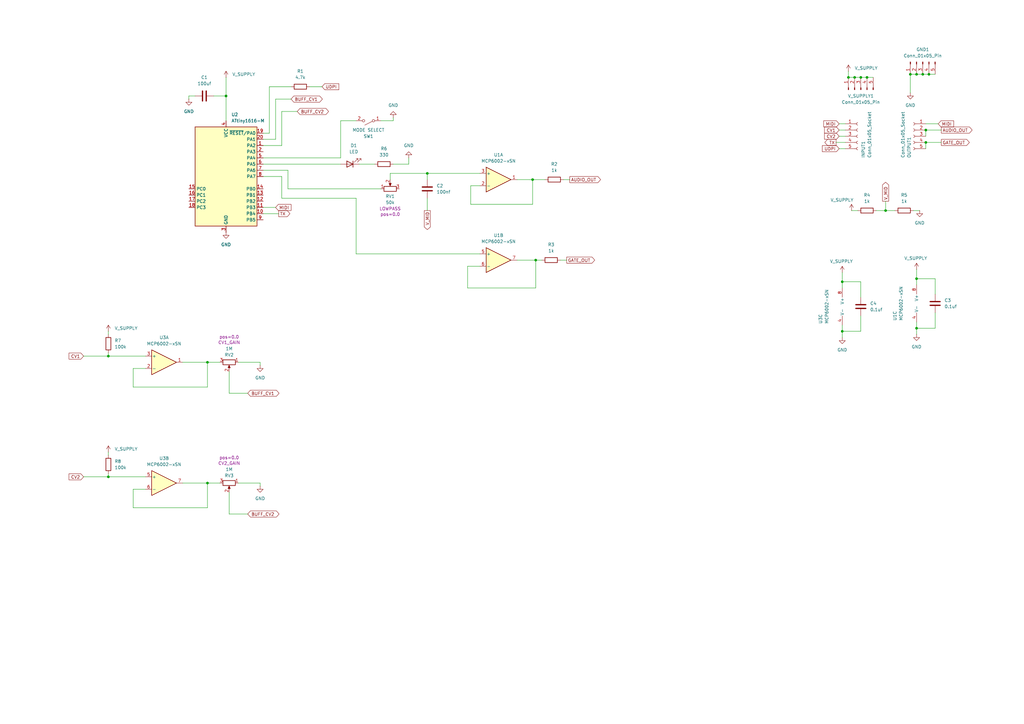
<source format=kicad_sch>
(kicad_sch (version 20231120) (generator "eeschema") (generator_version "8.0")
  (paper "A3")
  (lib_symbols
    (symbol "Amplifier_Operational:MCP6002-xSN" (pin_names (offset 0.127))
      (property "Reference" "U" (at 0 5.08 0))
      (property "Value" "MCP6002-xSN" (at 0 -5.08 0))
      (symbol "MCP6002-xSN_1_1"
        (polyline (pts (xy -5.08 5.08) (xy 5.08 0) (xy -5.08 -5.08) (xy -5.08 5.08)) (stroke (width 0.254)) (fill (type background)))
        (pin output line (at 7.62 0 180) (length 2.54) (name "~") (number "1"))
        (pin input line (at -7.62 -2.54 0) (length 2.54) (name "-") (number "2"))
        (pin input line (at -7.62 2.54 0) (length 2.54) (name "+") (number "3"))
      )
      (symbol "MCP6002-xSN_2_1"
        (polyline (pts (xy -5.08 5.08) (xy 5.08 0) (xy -5.08 -5.08) (xy -5.08 5.08)) (stroke (width 0.254)) (fill (type background)))
        (pin input line (at -7.62 2.54 0) (length 2.54) (name "+") (number "5"))
        (pin input line (at -7.62 -2.54 0) (length 2.54) (name "-") (number "6"))
        (pin output line (at 7.62 0 180) (length 2.54) (name "~") (number "7"))
      )
      (symbol "MCP6002-xSN_3_1"
        (pin power_in line (at -2.54 -7.62 90) (length 3.81) (name "V-") (number "4"))
        (pin power_in line (at -2.54 7.62 270) (length 3.81) (name "V+") (number "8"))
      )
    )
    (symbol "Connector:Conn_01x05_Pin" (pin_names (offset 1.016) hide)
      (property "Reference" "J" (at 0 7.62 0))
      (property "Value" "Conn_01x05_Pin" (at 0 -7.62 0))
      (symbol "Conn_01x05_Pin_1_1"
        (polyline (pts (xy 1.27 -5.08) (xy 0.8636 -5.08)) (stroke (width 0.1524)))
        (polyline (pts (xy 1.27 -2.54) (xy 0.8636 -2.54)) (stroke (width 0.1524)))
        (polyline (pts (xy 1.27 0) (xy 0.8636 0)) (stroke (width 0.1524)))
        (polyline (pts (xy 1.27 2.54) (xy 0.8636 2.54)) (stroke (width 0.1524)))
        (polyline (pts (xy 1.27 5.08) (xy 0.8636 5.08)) (stroke (width 0.1524)))
        (rectangle (start 0.8636 -4.953) (end 0 -5.207) (stroke (width 0.1524)) (fill (type outline)))
        (rectangle (start 0.8636 -2.413) (end 0 -2.667) (stroke (width 0.1524)) (fill (type outline)))
        (rectangle (start 0.8636 0.127) (end 0 -0.127) (stroke (width 0.1524)) (fill (type outline)))
        (rectangle (start 0.8636 2.667) (end 0 2.413) (stroke (width 0.1524)) (fill (type outline)))
        (rectangle (start 0.8636 5.207) (end 0 4.953) (stroke (width 0.1524)) (fill (type outline)))
        (pin passive line (at 5.08 5.08 180) (length 3.81) (name "Pin_1") (number "1"))
        (pin passive line (at 5.08 2.54 180) (length 3.81) (name "Pin_2") (number "2"))
        (pin passive line (at 5.08 0 180) (length 3.81) (name "Pin_3") (number "3"))
        (pin passive line (at 5.08 -2.54 180) (length 3.81) (name "Pin_4") (number "4"))
        (pin passive line (at 5.08 -5.08 180) (length 3.81) (name "Pin_5") (number "5"))
      )
    )
    (symbol "Connector:Conn_01x05_Socket" (pin_names (offset 1.016) hide)
      (property "Reference" "J" (at 0 7.62 0))
      (property "Value" "Conn_01x05_Socket" (at 0 -7.62 0))
      (symbol "Conn_01x05_Socket_1_1"
        (arc (start 0 -4.572) (mid -0.5058 -5.08) (end 0 -5.588) (stroke (width 0.1524)))
        (arc (start 0 -2.032) (mid -0.5058 -2.54) (end 0 -3.048) (stroke (width 0.1524)))
        (polyline (pts (xy -1.27 -5.08) (xy -0.508 -5.08)) (stroke (width 0.1524)))
        (polyline (pts (xy -1.27 -2.54) (xy -0.508 -2.54)) (stroke (width 0.1524)))
        (polyline (pts (xy -1.27 0) (xy -0.508 0)) (stroke (width 0.1524)))
        (polyline (pts (xy -1.27 2.54) (xy -0.508 2.54)) (stroke (width 0.1524)))
        (polyline (pts (xy -1.27 5.08) (xy -0.508 5.08)) (stroke (width 0.1524)))
        (arc (start 0 0.508) (mid -0.5058 0) (end 0 -0.508) (stroke (width 0.1524)))
        (arc (start 0 3.048) (mid -0.5058 2.54) (end 0 2.032) (stroke (width 0.1524)))
        (arc (start 0 5.588) (mid -0.5058 5.08) (end 0 4.572) (stroke (width 0.1524)))
        (pin passive line (at -5.08 5.08 0) (length 3.81) (name "Pin_1") (number "1"))
        (pin passive line (at -5.08 2.54 0) (length 3.81) (name "Pin_2") (number "2"))
        (pin passive line (at -5.08 0 0) (length 3.81) (name "Pin_3") (number "3"))
        (pin passive line (at -5.08 -2.54 0) (length 3.81) (name "Pin_4") (number "4"))
        (pin passive line (at -5.08 -5.08 0) (length 3.81) (name "Pin_5") (number "5"))
      )
    )
    (symbol "Device:C" (pin_numbers hide) (pin_names (offset 0.254))
      (property "Reference" "C" (at 0.635 2.54 0))
      (property "Value" "C" (at 0.635 -2.54 0))
      (symbol "C_0_1"
        (polyline (pts (xy -2.032 -0.762) (xy 2.032 -0.762)) (stroke (width 0.508)))
        (polyline (pts (xy -2.032 0.762) (xy 2.032 0.762)) (stroke (width 0.508)))
      )
      (symbol "C_1_1"
        (pin passive line (at 0 3.81 270) (length 2.794) (name "~") (number "1"))
        (pin passive line (at 0 -3.81 90) (length 2.794) (name "~") (number "2"))
      )
    )
    (symbol "Device:LED" (pin_numbers hide) (pin_names (offset 1.016) hide)
      (property "Reference" "D" (at 0 2.54 0))
      (property "Value" "LED" (at 0 -2.54 0))
      (symbol "LED_0_1"
        (polyline (pts (xy -1.27 -1.27) (xy -1.27 1.27)) (stroke (width 0.254)))
        (polyline (pts (xy -1.27 0) (xy 1.27 0)))
        (polyline (pts (xy 1.27 -1.27) (xy 1.27 1.27) (xy -1.27 0) (xy 1.27 -1.27)) (stroke (width 0.254)))
        (polyline (pts (xy -3.048 -0.762) (xy -4.572 -2.286) (xy -3.81 -2.286) (xy -4.572 -2.286) (xy -4.572 -1.524)))
        (polyline (pts (xy -1.778 -0.762) (xy -3.302 -2.286) (xy -2.54 -2.286) (xy -3.302 -2.286) (xy -3.302 -1.524)))
      )
      (symbol "LED_1_1"
        (pin passive line (at -3.81 0 0) (length 2.54) (name "K") (number "1"))
        (pin passive line (at 3.81 0 180) (length 2.54) (name "A") (number "2"))
      )
    )
    (symbol "Device:R" (pin_numbers hide) (pin_names (offset 0))
      (property "Reference" "R" (at 2.032 0 90))
      (property "Value" "R" (at 0 0 90))
      (symbol "R_0_1"
        (rectangle (start -1.016 -2.54) (end 1.016 2.54) (stroke (width 0.254)))
      )
      (symbol "R_1_1"
        (pin passive line (at 0 3.81 270) (length 1.27) (name "~") (number "1"))
        (pin passive line (at 0 -3.81 90) (length 1.27) (name "~") (number "2"))
      )
    )
    (symbol "Device:R_Potentiometer" (pin_names (offset 1.016) hide)
      (property "Reference" "RV" (at -4.445 0 90))
      (property "Value" "R_Potentiometer" (at -2.54 0 90))
      (symbol "R_Potentiometer_0_1"
        (polyline (pts (xy 2.54 0) (xy 1.524 0)))
        (polyline (pts (xy 1.143 0) (xy 2.286 0.508) (xy 2.286 -0.508) (xy 1.143 0)) (fill (type outline)))
        (rectangle (start 1.016 2.54) (end -1.016 -2.54) (stroke (width 0.254)))
      )
      (symbol "R_Potentiometer_1_1"
        (pin passive line (at 0 3.81 270) (length 1.27) (name "1") (number "1"))
        (pin passive line (at 3.81 0 180) (length 1.27) (name "2") (number "2"))
        (pin passive line (at 0 -3.81 90) (length 1.27) (name "3") (number "3"))
      )
    )
    (symbol "MCU_Microchip_ATtiny:ATtiny1616-M"
      (property "Reference" "U" (at -12.7 21.59 0))
      (property "Value" "ATtiny1616-M" (at 2.54 -21.59 0))
      (symbol "ATtiny1616-M_0_1"
        (rectangle (start -12.7 -20.32) (end 12.7 20.32) (stroke (width 0.254)) (fill (type background)))
      )
      (symbol "ATtiny1616-M_1_1"
        (pin bidirectional line (at 15.24 12.7 180) (length 2.54) (name "PA2") (number "1"))
        (pin bidirectional line (at 15.24 -15.24 180) (length 2.54) (name "PB4") (number "10"))
        (pin bidirectional line (at 15.24 -12.7 180) (length 2.54) (name "PB3") (number "11"))
        (pin bidirectional line (at 15.24 -10.16 180) (length 2.54) (name "PB2") (number "12"))
        (pin bidirectional line (at 15.24 -7.62 180) (length 2.54) (name "PB1") (number "13"))
        (pin bidirectional line (at 15.24 -5.08 180) (length 2.54) (name "PB0") (number "14"))
        (pin bidirectional line (at -15.24 -5.08 0) (length 2.54) (name "PC0") (number "15"))
        (pin bidirectional line (at -15.24 -7.62 0) (length 2.54) (name "PC1") (number "16"))
        (pin bidirectional line (at -15.24 -10.16 0) (length 2.54) (name "PC2") (number "17"))
        (pin bidirectional line (at -15.24 -12.7 0) (length 2.54) (name "PC3") (number "18"))
        (pin bidirectional line (at 15.24 17.78 180) (length 2.54) (name "~{RESET}/PA0") (number "19"))
        (pin bidirectional line (at 15.24 10.16 180) (length 2.54) (name "PA3") (number "2"))
        (pin bidirectional line (at 15.24 15.24 180) (length 2.54) (name "PA1") (number "20"))
        (pin passive line (at 0 -22.86 90) (length 2.54) hide (name "GND") (number "21"))
        (pin power_in line (at 0 -22.86 90) (length 2.54) (name "GND") (number "3"))
        (pin power_in line (at 0 22.86 270) (length 2.54) (name "VCC") (number "4"))
        (pin bidirectional line (at 15.24 7.62 180) (length 2.54) (name "PA4") (number "5"))
        (pin bidirectional line (at 15.24 5.08 180) (length 2.54) (name "PA5") (number "6"))
        (pin bidirectional line (at 15.24 2.54 180) (length 2.54) (name "PA6") (number "7"))
        (pin bidirectional line (at 15.24 0 180) (length 2.54) (name "PA7") (number "8"))
        (pin bidirectional line (at 15.24 -17.78 180) (length 2.54) (name "PB5") (number "9"))
      )
    )
    (symbol "Switch:SW_SPST" (pin_names (offset 0) hide)
      (property "Reference" "SW" (at 0 3.175 0))
      (property "Value" "SW_SPST" (at 0 -2.54 0))
      (symbol "SW_SPST_0_0"
        (circle (center -2.032 0) (radius 0.508))
        (polyline (pts (xy -1.524 0.254) (xy 1.524 1.778)))
        (circle (center 2.032 0) (radius 0.508))
      )
      (symbol "SW_SPST_1_1"
        (pin passive line (at -5.08 0 0) (length 2.54) (name "A") (number "1"))
        (pin passive line (at 5.08 0 180) (length 2.54) (name "B") (number "2"))
      )
    )
    (symbol "power:+5V" (power) (pin_numbers hide) (pin_names (offset 0) hide)
      (property "Value" "+5V" (at 0 3.556 0))
      (symbol "+5V_0_1"
        (polyline (pts (xy -0.762 1.27) (xy 0 2.54)))
        (polyline (pts (xy 0 0) (xy 0 2.54)))
        (polyline (pts (xy 0 2.54) (xy 0.762 1.27)))
      )
      (symbol "+5V_1_1"
        (pin power_in line (at 0 0 90) (length 0) (name "~") (number "1"))
      )
    )
    (symbol "power:GND" (power) (pin_numbers hide) (pin_names (offset 0) hide)
      (property "Value" "GND" (at 0 -3.81 0))
      (symbol "GND_0_1"
        (polyline (pts (xy 0 0) (xy 0 -1.27) (xy 1.27 -1.27) (xy 0 -2.54) (xy -1.27 -1.27) (xy 0 -1.27)))
      )
      (symbol "GND_1_1"
        (pin power_in line (at 0 0 270) (length 0) (name "~") (number "1"))
      )
    )
  )
  (junction (at 175.26 71.12))
  (junction (at 350.52 31.75))
  (junction (at 85.09 148.59))
  (junction (at 345.44 115.57))
  (junction (at 375.92 30.48))
  (junction (at 375.92 114.3))
  (junction (at 347.98 31.75))
  (junction (at 355.6 31.75))
  (junction (at 381 30.48))
  (junction (at 363.22 86.36))
  (junction (at 379.73 58.42))
  (junction (at 378.46 30.48))
  (junction (at 375.92 134.62))
  (junction (at 85.09 198.12))
  (junction (at 44.45 146.05))
  (junction (at 218.44 73.66))
  (junction (at 353.06 31.75))
  (junction (at 379.73 53.34))
  (junction (at 345.44 135.89))
  (junction (at 44.45 195.58))
  (junction (at 219.71 106.68))
  (junction (at 373.38 30.48))
  (junction (at 92.71 39.37))
  (wire (pts (xy 379.73 53.34) (xy 379.73 55.88)))
  (wire (pts (xy 93.98 152.4) (xy 93.98 161.29)))
  (wire (pts (xy 115.57 81.28) (xy 115.57 72.39)))
  (wire (pts (xy 342.9 58.42) (xy 346.71 58.42)))
  (wire (pts (xy 85.09 148.59) (xy 90.17 148.59)))
  (wire (pts (xy 77.47 39.37) (xy 77.47 40.64)))
  (wire (pts (xy 113.03 40.64) (xy 113.03 57.15)))
  (wire (pts (xy 383.54 134.62) (xy 375.92 134.62)))
  (wire (pts (xy 375.92 110.49) (xy 375.92 114.3)))
  (wire (pts (xy 383.54 114.3) (xy 375.92 114.3)))
  (wire (pts (xy 54.61 200.66) (xy 59.69 200.66)))
  (wire (pts (xy 139.7 49.53) (xy 146.05 49.53)))
  (wire (pts (xy 344.17 55.88) (xy 346.71 55.88)))
  (wire (pts (xy 44.45 195.58) (xy 59.69 195.58)))
  (wire (pts (xy 115.57 72.39) (xy 107.95 72.39)))
  (wire (pts (xy 191.77 109.22) (xy 196.85 109.22)))
  (wire (pts (xy 193.04 76.2) (xy 196.85 76.2)))
  (wire (pts (xy 355.6 31.75) (xy 358.14 31.75)))
  (wire (pts (xy 212.09 73.66) (xy 218.44 73.66)))
  (wire (pts (xy 353.06 129.54) (xy 353.06 135.89)))
  (wire (pts (xy 219.71 118.11) (xy 191.77 118.11)))
  (wire (pts (xy 344.17 50.8) (xy 346.71 50.8)))
  (wire (pts (xy 54.61 208.28) (xy 54.61 200.66)))
  (wire (pts (xy 44.45 135.89) (xy 44.45 137.16)))
  (wire (pts (xy 110.49 35.56) (xy 110.49 54.61)))
  (wire (pts (xy 347.98 31.75) (xy 350.52 31.75)))
  (wire (pts (xy 191.77 118.11) (xy 191.77 109.22)))
  (wire (pts (xy 107.95 67.31) (xy 139.7 67.31)))
  (wire (pts (xy 132.08 35.56) (xy 127 35.56)))
  (wire (pts (xy 106.68 149.86) (xy 106.68 148.59)))
  (wire (pts (xy 383.54 128.27) (xy 383.54 134.62)))
  (wire (pts (xy 222.25 106.68) (xy 219.71 106.68)))
  (wire (pts (xy 93.98 161.29) (xy 101.6 161.29)))
  (wire (pts (xy 85.09 198.12) (xy 90.17 198.12)))
  (wire (pts (xy 167.64 67.31) (xy 167.64 64.77)))
  (wire (pts (xy 218.44 73.66) (xy 223.52 73.66)))
  (wire (pts (xy 110.49 54.61) (xy 107.95 54.61)))
  (wire (pts (xy 107.95 85.09) (xy 113.03 85.09)))
  (wire (pts (xy 146.05 81.28) (xy 146.05 104.14)))
  (wire (pts (xy 381 30.48) (xy 383.54 30.48)))
  (wire (pts (xy 115.57 45.72) (xy 115.57 59.69)))
  (wire (pts (xy 345.44 111.76) (xy 345.44 115.57)))
  (wire (pts (xy 379.73 53.34) (xy 386.08 53.34)))
  (wire (pts (xy 363.22 82.55) (xy 363.22 86.36)))
  (wire (pts (xy 363.22 86.36) (xy 367.03 86.36)))
  (wire (pts (xy 34.29 195.58) (xy 44.45 195.58)))
  (wire (pts (xy 353.06 135.89) (xy 345.44 135.89)))
  (wire (pts (xy 344.17 53.34) (xy 346.71 53.34)))
  (wire (pts (xy 113.03 57.15) (xy 107.95 57.15)))
  (wire (pts (xy 147.32 67.31) (xy 153.67 67.31)))
  (wire (pts (xy 92.71 39.37) (xy 92.71 49.53)))
  (wire (pts (xy 353.06 31.75) (xy 355.6 31.75)))
  (wire (pts (xy 118.11 77.47) (xy 156.21 77.47)))
  (wire (pts (xy 113.03 40.64) (xy 119.38 40.64)))
  (wire (pts (xy 373.38 30.48) (xy 375.92 30.48)))
  (wire (pts (xy 231.14 73.66) (xy 233.68 73.66)))
  (wire (pts (xy 377.19 86.36) (xy 374.65 86.36)))
  (wire (pts (xy 93.98 210.82) (xy 101.6 210.82)))
  (wire (pts (xy 212.09 106.68) (xy 219.71 106.68)))
  (wire (pts (xy 373.38 30.48) (xy 373.38 38.1)))
  (wire (pts (xy 349.25 86.36) (xy 351.79 86.36)))
  (wire (pts (xy 44.45 146.05) (xy 59.69 146.05)))
  (wire (pts (xy 353.06 121.92) (xy 353.06 115.57)))
  (wire (pts (xy 347.98 31.75) (xy 347.98 29.21)))
  (wire (pts (xy 85.09 148.59) (xy 85.09 158.75)))
  (wire (pts (xy 175.26 81.28) (xy 175.26 86.36)))
  (wire (pts (xy 383.54 120.65) (xy 383.54 114.3)))
  (wire (pts (xy 106.68 199.39) (xy 106.68 198.12)))
  (wire (pts (xy 74.93 198.12) (xy 85.09 198.12)))
  (wire (pts (xy 107.95 64.77) (xy 139.7 64.77)))
  (wire (pts (xy 229.87 106.68) (xy 232.41 106.68)))
  (wire (pts (xy 139.7 64.77) (xy 139.7 49.53)))
  (wire (pts (xy 219.71 106.68) (xy 219.71 118.11)))
  (wire (pts (xy 375.92 134.62) (xy 375.92 132.08)))
  (wire (pts (xy 378.46 30.48) (xy 381 30.48)))
  (wire (pts (xy 175.26 71.12) (xy 175.26 73.66)))
  (wire (pts (xy 74.93 148.59) (xy 85.09 148.59)))
  (wire (pts (xy 160.02 71.12) (xy 175.26 71.12)))
  (wire (pts (xy 97.79 198.12) (xy 106.68 198.12)))
  (wire (pts (xy 375.92 137.16) (xy 375.92 134.62)))
  (wire (pts (xy 107.95 87.63) (xy 114.3 87.63)))
  (wire (pts (xy 85.09 198.12) (xy 85.09 208.28)))
  (wire (pts (xy 107.95 69.85) (xy 118.11 69.85)))
  (wire (pts (xy 54.61 158.75) (xy 54.61 151.13)))
  (wire (pts (xy 375.92 114.3) (xy 375.92 116.84)))
  (wire (pts (xy 92.71 31.75) (xy 92.71 39.37)))
  (wire (pts (xy 379.73 58.42) (xy 379.73 60.96)))
  (wire (pts (xy 80.01 39.37) (xy 77.47 39.37)))
  (wire (pts (xy 87.63 39.37) (xy 92.71 39.37)))
  (wire (pts (xy 193.04 83.82) (xy 193.04 76.2)))
  (wire (pts (xy 353.06 115.57) (xy 345.44 115.57)))
  (wire (pts (xy 44.45 194.31) (xy 44.45 195.58)))
  (wire (pts (xy 85.09 158.75) (xy 54.61 158.75)))
  (wire (pts (xy 345.44 135.89) (xy 345.44 133.35)))
  (wire (pts (xy 350.52 31.75) (xy 353.06 31.75)))
  (wire (pts (xy 379.73 58.42) (xy 386.08 58.42)))
  (wire (pts (xy 146.05 104.14) (xy 196.85 104.14)))
  (wire (pts (xy 161.29 67.31) (xy 167.64 67.31)))
  (wire (pts (xy 44.45 144.78) (xy 44.45 146.05)))
  (wire (pts (xy 156.21 49.53) (xy 161.29 49.53)))
  (wire (pts (xy 359.41 86.36) (xy 363.22 86.36)))
  (wire (pts (xy 218.44 83.82) (xy 193.04 83.82)))
  (wire (pts (xy 54.61 151.13) (xy 59.69 151.13)))
  (wire (pts (xy 345.44 115.57) (xy 345.44 118.11)))
  (wire (pts (xy 93.98 201.93) (xy 93.98 210.82)))
  (wire (pts (xy 344.17 60.96) (xy 346.71 60.96)))
  (wire (pts (xy 44.45 185.42) (xy 44.45 186.69)))
  (wire (pts (xy 218.44 73.66) (xy 218.44 83.82)))
  (wire (pts (xy 118.11 69.85) (xy 118.11 77.47)))
  (wire (pts (xy 161.29 49.53) (xy 161.29 48.26)))
  (wire (pts (xy 146.05 81.28) (xy 115.57 81.28)))
  (wire (pts (xy 34.29 146.05) (xy 44.45 146.05)))
  (wire (pts (xy 115.57 59.69) (xy 107.95 59.69)))
  (wire (pts (xy 175.26 71.12) (xy 196.85 71.12)))
  (wire (pts (xy 97.79 148.59) (xy 106.68 148.59)))
  (wire (pts (xy 379.73 50.8) (xy 384.81 50.8)))
  (wire (pts (xy 119.38 35.56) (xy 110.49 35.56)))
  (wire (pts (xy 115.57 45.72) (xy 121.92 45.72)))
  (wire (pts (xy 345.44 138.43) (xy 345.44 135.89)))
  (wire (pts (xy 85.09 208.28) (xy 54.61 208.28)))
  (wire (pts (xy 160.02 73.66) (xy 160.02 71.12)))
  (wire (pts (xy 375.92 30.48) (xy 378.46 30.48)))
  (global_label "CV1" (shape input) (at 344.17 53.34 180) (property "Intersheetrefs" "${INTERSHEET_REFS}" (effects (hide yes))))
  (global_label "BUFF_CV1" (shape bidirectional) (at 119.38 40.64 0) (property "Intersheetrefs" "${INTERSHEET_REFS}" (effects (hide yes))))
  (global_label "CV2" (shape input) (at 34.29 195.58 180) (property "Intersheetrefs" "${INTERSHEET_REFS}" (effects (hide yes))))
  (global_label "BUFF_CV2" (shape bidirectional) (at 121.92 45.72 0) (property "Intersheetrefs" "${INTERSHEET_REFS}" (effects (hide yes))))
  (global_label "CV1" (shape input) (at 34.29 146.05 180) (property "Intersheetrefs" "${INTERSHEET_REFS}" (effects (hide yes))))
  (global_label "GATE_OUT" (shape output) (at 386.08 58.42 0) (property "Intersheetrefs" "${INTERSHEET_REFS}" (effects (hide yes))))
  (global_label "BUFF_CV2" (shape bidirectional) (at 101.6 210.82 0) (property "Intersheetrefs" "${INTERSHEET_REFS}" (effects (hide yes))))
  (global_label "UDPI" (shape input) (at 344.17 60.96 180) (property "Intersheetrefs" "${INTERSHEET_REFS}" (effects (hide yes))))
  (global_label "AUDIO_OUT" (shape output) (at 233.68 73.66 0) (property "Intersheetrefs" "${INTERSHEET_REFS}" (effects (hide yes))))
  (global_label "AUDIO_OUT" (shape output) (at 386.08 53.34 0) (property "Intersheetrefs" "${INTERSHEET_REFS}" (effects (hide yes))))
  (global_label "MIDI" (shape input) (at 113.03 85.09 0) (property "Intersheetrefs" "${INTERSHEET_REFS}" (effects (hide yes))))
  (global_label "V_MID" (shape output) (at 175.26 86.36 270) (property "Intersheetrefs" "${INTERSHEET_REFS}" (effects (hide yes))))
  (global_label "GATE_OUT" (shape output) (at 232.41 106.68 0) (property "Intersheetrefs" "${INTERSHEET_REFS}" (effects (hide yes))))
  (global_label "MIDI" (shape input) (at 384.81 50.8 0) (property "Intersheetrefs" "${INTERSHEET_REFS}" (effects (hide yes))))
  (global_label "BUFF_CV1" (shape bidirectional) (at 101.6 161.29 0) (property "Intersheetrefs" "${INTERSHEET_REFS}" (effects (hide yes))))
  (global_label "TX" (shape output) (at 114.3 87.63 0) (property "Intersheetrefs" "${INTERSHEET_REFS}" (effects (hide yes))))
  (global_label "UDPI" (shape input) (at 132.08 35.56 0) (property "Intersheetrefs" "${INTERSHEET_REFS}" (effects (hide yes))))
  (global_label "V_MID" (shape output) (at 363.22 82.55 90) (property "Intersheetrefs" "${INTERSHEET_REFS}" (effects (hide yes))))
  (global_label "MIDI" (shape input) (at 344.17 50.8 180) (property "Intersheetrefs" "${INTERSHEET_REFS}" (effects (hide yes))))
  (global_label "TX" (shape output) (at 342.9 58.42 180) (property "Intersheetrefs" "${INTERSHEET_REFS}" (effects (hide yes))))
  (global_label "CV2" (shape input) (at 344.17 55.88 180) (property "Intersheetrefs" "${INTERSHEET_REFS}" (effects (hide yes))))
  (symbol (lib_id "Device:R_Potentiometer") (at 93.98 198.12 270) (unit 1)
    (property "Reference" "RV3" (at 93.98 195.072 90))
    (property "Value" "1M" (at 93.98 192.532 90))
    (property "Footprint" "BreadModular_Pots:Potentiometer_RV09" (effects (hide yes)))
    (property "Description" "Potentiometer" (effects (hide yes)))
    (property "Sim.Device" "R" (effects (hide yes)))
    (property "Sim.Type" "POT" (effects (hide yes)))
    (property "Sim.Pins" "1=r0 2=wiper 3=r1" (effects (hide yes)))
    (property "Sim.Params" "pos=0.0" (at 93.98 187.706 90))
    (property "Comment" "CV2_GAIN" (at 93.98 189.992 90))
  )
  (symbol (lib_id "power:GND") (at 106.68 149.86 0) (unit 1)
    (property "Reference" "#PWR015" (effects (hide yes)))
    (property "Value" "GND" (at 106.68 154.94 0))
    (property "Description" "Power symbol creates a global label with name \"GND\" , ground" (effects (hide yes)))
  )
  (symbol (lib_id "Device:R") (at 355.6 86.36 90) (unit 1)
    (property "Reference" "R4" (at 355.6 80.01 90))
    (property "Value" "1k" (at 355.6 82.55 90))
    (property "Footprint" "Resistor_SMD:R_0402_1005Metric" (effects (hide yes)))
    (property "Description" "Resistor" (effects (hide yes)))
  )
  (symbol (lib_id "Amplifier_Operational:MCP6002-xSN") (at 204.47 106.68 0) (unit 2)
    (property "Reference" "U1" (at 204.47 96.52 0))
    (property "Value" "MCP6002-xSN" (at 204.47 99.06 0))
    (property "Footprint" "Package_SO:SOIC-8-1EP_3.9x4.9mm_P1.27mm_EP2.29x3mm" (effects (hide yes)))
    (property "Datasheet" "http://ww1.microchip.com/downloads/en/DeviceDoc/21733j.pdf" (effects (hide yes)))
    (property "Description" "1MHz, Low-Power Op Amp, SOIC-8" (effects (hide yes)))
    (property "Sim.Library" "${KICAD8_SYMBOL_DIR}/Simulation_SPICE.sp" (effects (hide yes)))
    (property "Sim.Name" "kicad_builtin_opamp_dual" (effects (hide yes)))
    (property "Sim.Device" "SUBCKT" (effects (hide yes)))
    (property "Sim.Pins" "1=out1 2=in1- 3=in1+ 4=vee 5=in2+ 6=in2- 7=out2 8=vcc" (effects (hide yes)))
  )
  (symbol (lib_id "power:GND") (at 161.29 48.26 180) (unit 1)
    (property "Reference" "#PWR05" (effects (hide yes)))
    (property "Value" "GND" (at 161.29 43.18 0))
    (property "Description" "Power symbol creates a global label with name \"GND\" , ground" (effects (hide yes)))
  )
  (symbol (lib_id "power:+5V") (at 345.44 111.76 0) (unit 1)
    (property "Reference" "#PWR011" (effects (hide yes)))
    (property "Value" "V_SUPPLY" (at 340.36 107.188 0) (effects (justify left)))
    (property "Description" "Power symbol creates a global label with name \"+5V\"" (effects (hide yes)))
  )
  (symbol (lib_id "Device:C") (at 353.06 125.73 0) (unit 1)
    (property "Reference" "C4" (at 356.87 124.4599 0) (effects (justify left)))
    (property "Value" "0.1uf" (at 356.87 126.9999 0) (effects (justify left)))
    (property "Footprint" "Capacitor_SMD:C_0402_1005Metric" (effects (hide yes)))
    (property "Description" "Unpolarized capacitor" (effects (hide yes)))
  )
  (symbol (lib_id "Connector:Conn_01x05_Pin") (at 353.06 36.83 90) (unit 1) (exclude_from_sim yes)
    (property "Reference" "V_SUPPLY1" (at 353.06 39.37 90))
    (property "Value" "Conn_01x05_Pin" (at 353.06 41.91 90))
    (property "Footprint" "BreadModular_MISC:Power_Connector" (effects (hide yes)))
    (property "Description" "Generic connector, single row, 01x05, script generated" (effects (hide yes)))
  )
  (symbol (lib_id "Device:R") (at 157.48 67.31 90) (unit 1)
    (property "Reference" "R6" (at 157.48 60.96 90))
    (property "Value" "330" (at 157.48 63.5 90))
    (property "Footprint" "Resistor_SMD:R_0402_1005Metric" (effects (hide yes)))
    (property "Description" "Resistor" (effects (hide yes)))
  )
  (symbol (lib_id "Device:C") (at 175.26 77.47 180) (unit 1)
    (property "Reference" "C2" (at 179.07 76.1999 0) (effects (justify right)))
    (property "Value" "100nf" (at 179.07 78.7399 0) (effects (justify right)))
    (property "Footprint" "Capacitor_SMD:C_0402_1005Metric" (effects (hide yes)))
    (property "Description" "Unpolarized capacitor" (effects (hide yes)))
  )
  (symbol (lib_id "power:+5V") (at 44.45 185.42 0) (unit 1)
    (property "Reference" "#PWR017" (effects (hide yes)))
    (property "Value" "V_SUPPLY" (at 46.99 184.1499 0) (effects (justify left)))
    (property "Description" "Power symbol creates a global label with name \"+5V\"" (effects (hide yes)))
  )
  (symbol (lib_id "Device:R") (at 44.45 190.5 0) (unit 1)
    (property "Reference" "R8" (at 46.99 189.2299 0) (effects (justify left)))
    (property "Value" "100k" (at 46.99 191.7699 0) (effects (justify left)))
    (property "Footprint" "Resistor_SMD:R_0402_1005Metric" (effects (hide yes)))
    (property "Description" "Resistor" (effects (hide yes)))
  )
  (symbol (lib_id "power:+5V") (at 347.98 29.21 0) (unit 1)
    (property "Reference" "#PWR01" (effects (hide yes)))
    (property "Value" "V_SUPPLY" (at 350.52 27.9399 0) (effects (justify left)))
    (property "Description" "Power symbol creates a global label with name \"+5V\"" (effects (hide yes)))
  )
  (symbol (lib_id "power:GND") (at 373.38 38.1 0) (unit 1)
    (property "Reference" "#PWR03" (effects (hide yes)))
    (property "Value" "GND" (at 373.38 43.18 0))
    (property "Description" "Power symbol creates a global label with name \"GND\" , ground" (effects (hide yes)))
  )
  (symbol (lib_id "Device:R_Potentiometer") (at 160.02 77.47 90) (unit 1)
    (property "Reference" "RV1" (at 160.02 80.518 90))
    (property "Value" "50k" (at 160.02 83.058 90))
    (property "Footprint" "BreadModular_Pots:Potentiometer_RV09" (effects (hide yes)))
    (property "Description" "Potentiometer" (effects (hide yes)))
    (property "Sim.Device" "R" (effects (hide yes)))
    (property "Sim.Type" "POT" (effects (hide yes)))
    (property "Sim.Pins" "1=r0 2=wiper 3=r1" (effects (hide yes)))
    (property "Sim.Params" "pos=0.0" (at 160.02 87.884 90))
    (property "Comment" "LOWPASS" (at 160.02 85.598 90))
  )
  (symbol (lib_id "Device:C") (at 83.82 39.37 90) (unit 1)
    (property "Reference" "C1" (at 83.82 31.75 90))
    (property "Value" "100uf" (at 83.82 34.29 90))
    (property "Footprint" "Capacitor_SMD:C_1206_3216Metric" (effects (hide yes)))
    (property "Description" "Unpolarized capacitor" (effects (hide yes)))
  )
  (symbol (lib_id "MCU_Microchip_ATtiny:ATtiny1616-M") (at 92.71 72.39 0) (unit 1)
    (property "Reference" "U2" (at 94.9041 46.99 0) (effects (justify left)))
    (property "Value" "ATtiny1616-M" (at 94.9041 49.53 0) (effects (justify left)))
    (property "Footprint" "Package_DFN_QFN:VQFN-20-1EP_3x3mm_P0.4mm_EP1.7x1.7mm" (effects (hide yes)))
    (property "Datasheet" "http://ww1.microchip.com/downloads/en/DeviceDoc/ATtiny3216_ATtiny1616-data-sheet-40001997B.pdf" (effects (hide yes)))
    (property "Description" "20MHz, 16kB Flash, 2kB SRAM, 256B EEPROM, VQFN-20" (effects (hide yes)))
  )
  (symbol (lib_id "Amplifier_Operational:MCP6002-xSN") (at 67.31 198.12 0) (unit 2)
    (property "Reference" "U3" (at 67.31 187.96 0))
    (property "Value" "MCP6002-xSN" (at 67.31 190.5 0))
    (property "Footprint" "Package_SO:SOIC-8-1EP_3.9x4.9mm_P1.27mm_EP2.29x3mm" (effects (hide yes)))
    (property "Datasheet" "http://ww1.microchip.com/downloads/en/DeviceDoc/21733j.pdf" (effects (hide yes)))
    (property "Description" "1MHz, Low-Power Op Amp, SOIC-8" (effects (hide yes)))
    (property "Sim.Library" "${KICAD8_SYMBOL_DIR}/Simulation_SPICE.sp" (effects (hide yes)))
    (property "Sim.Name" "kicad_builtin_opamp_dual" (effects (hide yes)))
    (property "Sim.Device" "SUBCKT" (effects (hide yes)))
    (property "Sim.Pins" "1=out1 2=in1- 3=in1+ 4=vee 5=in2+ 6=in2- 7=out2 8=vcc" (effects (hide yes)))
  )
  (symbol (lib_id "Device:R") (at 123.19 35.56 90) (unit 1)
    (property "Reference" "R1" (at 123.19 29.21 90))
    (property "Value" "4.7k" (at 123.19 31.75 90))
    (property "Footprint" "Resistor_SMD:R_0402_1005Metric" (effects (hide yes)))
    (property "Description" "Resistor" (effects (hide yes)))
  )
  (symbol (lib_id "power:GND") (at 92.71 95.25 0) (unit 1)
    (property "Reference" "#PWR08" (effects (hide yes)))
    (property "Value" "GND" (at 92.71 100.33 0))
    (property "Description" "Power symbol creates a global label with name \"GND\" , ground" (effects (hide yes)))
  )
  (symbol (lib_id "Switch:SW_SPST") (at 151.13 49.53 180) (unit 1)
    (property "Reference" "SW1" (at 151.13 55.88 0))
    (property "Value" "MODE SELECT" (at 151.13 53.34 0))
    (property "Footprint" "BreadModular_MISC:SPST_TS-1187A-B-A-B" (effects (hide yes)))
    (property "Description" "Single Pole Single Throw (SPST) switch" (effects (hide yes)))
  )
  (symbol (lib_id "Device:LED") (at 143.51 67.31 180) (unit 1)
    (property "Reference" "D1" (at 145.0975 59.69 0))
    (property "Value" "LED" (at 145.0975 62.23 0))
    (property "Footprint" "LED_SMD:LED_0603_1608Metric" (effects (hide yes)))
    (property "Description" "Light emitting diode" (effects (hide yes)))
  )
  (symbol (lib_id "Device:R_Potentiometer") (at 93.98 148.59 270) (unit 1)
    (property "Reference" "RV2" (at 93.98 145.542 90))
    (property "Value" "1M" (at 93.98 143.002 90))
    (property "Footprint" "BreadModular_Pots:Potentiometer_RV09" (effects (hide yes)))
    (property "Description" "Potentiometer" (effects (hide yes)))
    (property "Sim.Device" "R" (effects (hide yes)))
    (property "Sim.Type" "POT" (effects (hide yes)))
    (property "Sim.Pins" "1=r0 2=wiper 3=r1" (effects (hide yes)))
    (property "Sim.Params" "pos=0.0" (at 93.98 138.176 90))
    (property "Comment" "CV1_GAIN" (at 93.98 140.462 90))
  )
  (symbol (lib_id "power:GND") (at 167.64 64.77 180) (unit 1)
    (property "Reference" "#PWR09" (effects (hide yes)))
    (property "Value" "GND" (at 167.64 59.69 0))
    (property "Description" "Power symbol creates a global label with name \"GND\" , ground" (effects (hide yes)))
  )
  (symbol (lib_id "power:GND") (at 375.92 137.16 0) (unit 1)
    (property "Reference" "#PWR012" (effects (hide yes)))
    (property "Value" "GND" (at 375.92 142.24 0))
    (property "Description" "Power symbol creates a global label with name \"GND\" , ground" (effects (hide yes)))
  )
  (symbol (lib_id "power:GND") (at 77.47 40.64 0) (unit 1)
    (property "Reference" "#PWR04" (effects (hide yes)))
    (property "Value" "GND" (at 77.47 45.72 0))
    (property "Description" "Power symbol creates a global label with name \"GND\" , ground" (effects (hide yes)))
  )
  (symbol (lib_id "Device:R") (at 226.06 106.68 90) (unit 1)
    (property "Reference" "R3" (at 226.06 100.33 90))
    (property "Value" "1k" (at 226.06 102.87 90))
    (property "Footprint" "Resistor_SMD:R_0402_1005Metric" (effects (hide yes)))
    (property "Description" "Resistor" (effects (hide yes)))
  )
  (symbol (lib_id "power:+5V") (at 375.92 110.49 0) (unit 1)
    (property "Reference" "#PWR010" (effects (hide yes)))
    (property "Value" "V_SUPPLY" (at 370.84 105.918 0) (effects (justify left)))
    (property "Description" "Power symbol creates a global label with name \"+5V\"" (effects (hide yes)))
  )
  (symbol (lib_id "Connector:Conn_01x05_Socket") (at 374.65 55.88 0) (mirror y) (unit 1) (exclude_from_sim yes)
    (property "Reference" "OUTPUT1" (at 372.872 64.77 90) (effects (justify left)))
    (property "Value" "Conn_01x05_Socket" (at 370.332 64.77 90) (effects (justify left)))
    (property "Footprint" "Connector_PinSocket_2.54mm:PinSocket_1x05_P2.54mm_Vertical" (effects (hide yes)))
    (property "Description" "Generic connector, single row, 01x05, script generated" (effects (hide yes)))
  )
  (symbol (lib_id "Device:R") (at 44.45 140.97 0) (unit 1)
    (property "Reference" "R7" (at 46.99 139.6999 0) (effects (justify left)))
    (property "Value" "100k" (at 46.99 142.2399 0) (effects (justify left)))
    (property "Footprint" "Resistor_SMD:R_0402_1005Metric" (effects (hide yes)))
    (property "Description" "Resistor" (effects (hide yes)))
  )
  (symbol (lib_id "Device:C") (at 383.54 124.46 0) (unit 1)
    (property "Reference" "C3" (at 387.35 123.1899 0) (effects (justify left)))
    (property "Value" "0.1uf" (at 387.35 125.7299 0) (effects (justify left)))
    (property "Footprint" "Capacitor_SMD:C_0402_1005Metric" (effects (hide yes)))
    (property "Description" "Unpolarized capacitor" (effects (hide yes)))
  )
  (symbol (lib_id "Amplifier_Operational:MCP6002-xSN") (at 67.31 148.59 0) (unit 1)
    (property "Reference" "U3" (at 67.31 138.43 0))
    (property "Value" "MCP6002-xSN" (at 67.31 140.97 0))
    (property "Footprint" "Package_SO:SOIC-8-1EP_3.9x4.9mm_P1.27mm_EP2.29x3mm" (effects (hide yes)))
    (property "Datasheet" "http://ww1.microchip.com/downloads/en/DeviceDoc/21733j.pdf" (effects (hide yes)))
    (property "Description" "1MHz, Low-Power Op Amp, SOIC-8" (effects (hide yes)))
    (property "Sim.Library" "${KICAD8_SYMBOL_DIR}/Simulation_SPICE.sp" (effects (hide yes)))
    (property "Sim.Name" "kicad_builtin_opamp_dual" (effects (hide yes)))
    (property "Sim.Device" "SUBCKT" (effects (hide yes)))
    (property "Sim.Pins" "1=out1 2=in1- 3=in1+ 4=vee 5=in2+ 6=in2- 7=out2 8=vcc" (effects (hide yes)))
  )
  (symbol (lib_id "power:GND") (at 377.19 86.36 0) (unit 1)
    (property "Reference" "#PWR07" (effects (hide yes)))
    (property "Value" "GND" (at 377.19 91.44 0))
    (property "Description" "Power symbol creates a global label with name \"GND\" , ground" (effects (hide yes)))
  )
  (symbol (lib_id "power:GND") (at 106.68 199.39 0) (unit 1)
    (property "Reference" "#PWR020" (effects (hide yes)))
    (property "Value" "GND" (at 106.68 204.47 0))
    (property "Description" "Power symbol creates a global label with name \"GND\" , ground" (effects (hide yes)))
  )
  (symbol (lib_id "Amplifier_Operational:MCP6002-xSN") (at 347.98 125.73 0) (unit 3)
    (property "Reference" "U3" (at 336.55 132.842 90) (effects (justify left)))
    (property "Value" "MCP6002-xSN" (at 339.09 132.842 90) (effects (justify left)))
    (property "Footprint" "Package_SO:SOIC-8-1EP_3.9x4.9mm_P1.27mm_EP2.29x3mm" (effects (hide yes)))
    (property "Datasheet" "http://ww1.microchip.com/downloads/en/DeviceDoc/21733j.pdf" (effects (hide yes)))
    (property "Description" "1MHz, Low-Power Op Amp, SOIC-8" (effects (hide yes)))
    (property "Sim.Library" "${KICAD8_SYMBOL_DIR}/Simulation_SPICE.sp" (effects (hide yes)))
    (property "Sim.Name" "kicad_builtin_opamp_dual" (effects (hide yes)))
    (property "Sim.Device" "SUBCKT" (effects (hide yes)))
    (property "Sim.Pins" "1=out1 2=in1- 3=in1+ 4=vee 5=in2+ 6=in2- 7=out2 8=vcc" (effects (hide yes)))
  )
  (symbol (lib_id "Device:R") (at 227.33 73.66 90) (unit 1)
    (property "Reference" "R2" (at 227.33 67.31 90))
    (property "Value" "1k" (at 227.33 69.85 90))
    (property "Footprint" "Resistor_SMD:R_0402_1005Metric" (effects (hide yes)))
    (property "Description" "Resistor" (effects (hide yes)))
  )
  (symbol (lib_id "Device:R") (at 370.84 86.36 90) (unit 1)
    (property "Reference" "R5" (at 370.84 80.01 90))
    (property "Value" "1k" (at 370.84 82.55 90))
    (property "Footprint" "Resistor_SMD:R_0402_1005Metric" (effects (hide yes)))
    (property "Description" "Resistor" (effects (hide yes)))
  )
  (symbol (lib_id "Connector:Conn_01x05_Socket") (at 351.79 55.88 0) (unit 1) (exclude_from_sim yes)
    (property "Reference" "INPUT1" (at 354.076 64.77 90) (effects (justify left)))
    (property "Value" "Conn_01x05_Socket" (at 356.616 64.77 90) (effects (justify left)))
    (property "Footprint" "Connector_PinSocket_2.54mm:PinSocket_1x05_P2.54mm_Vertical" (effects (hide yes)))
    (property "Description" "Generic connector, single row, 01x05, script generated" (effects (hide yes)))
  )
  (symbol (lib_id "power:+5V") (at 92.71 31.75 0) (unit 1)
    (property "Reference" "#PWR02" (effects (hide yes)))
    (property "Value" "V_SUPPLY" (at 95.25 30.4799 0) (effects (justify left)))
    (property "Description" "Power symbol creates a global label with name \"+5V\"" (effects (hide yes)))
  )
  (symbol (lib_id "power:GND") (at 345.44 138.43 0) (unit 1)
    (property "Reference" "#PWR013" (effects (hide yes)))
    (property "Value" "GND" (at 345.44 143.51 0))
    (property "Description" "Power symbol creates a global label with name \"GND\" , ground" (effects (hide yes)))
  )
  (symbol (lib_id "power:+5V") (at 44.45 135.89 0) (unit 1)
    (property "Reference" "#PWR014" (effects (hide yes)))
    (property "Value" "V_SUPPLY" (at 46.99 134.6199 0) (effects (justify left)))
    (property "Description" "Power symbol creates a global label with name \"+5V\"" (effects (hide yes)))
  )
  (symbol (lib_id "Connector:Conn_01x05_Pin") (at 378.46 25.4 90) (mirror x) (unit 1) (exclude_from_sim yes)
    (property "Reference" "GND1" (at 378.46 20.32 90))
    (property "Value" "Conn_01x05_Pin" (at 378.46 22.86 90))
    (property "Footprint" "BreadModular_MISC:Power_Connector" (effects (hide yes)))
    (property "Description" "Generic connector, single row, 01x05, script generated" (effects (hide yes)))
  )
  (symbol (lib_id "power:+5V") (at 349.25 86.36 0) (unit 1)
    (property "Reference" "#PWR06" (effects (hide yes)))
    (property "Value" "V_SUPPLY" (at 340.614 82.042 0) (effects (justify left)))
    (property "Description" "Power symbol creates a global label with name \"+5V\"" (effects (hide yes)))
  )
  (symbol (lib_id "Amplifier_Operational:MCP6002-xSN") (at 378.46 124.46 0) (unit 3)
    (property "Reference" "U1" (at 367.03 131.572 90) (effects (justify left)))
    (property "Value" "MCP6002-xSN" (at 369.57 131.572 90) (effects (justify left)))
    (property "Footprint" "Package_SO:SOIC-8-1EP_3.9x4.9mm_P1.27mm_EP2.29x3mm" (effects (hide yes)))
    (property "Datasheet" "http://ww1.microchip.com/downloads/en/DeviceDoc/21733j.pdf" (effects (hide yes)))
    (property "Description" "1MHz, Low-Power Op Amp, SOIC-8" (effects (hide yes)))
    (property "Sim.Library" "${KICAD8_SYMBOL_DIR}/Simulation_SPICE.sp" (effects (hide yes)))
    (property "Sim.Name" "kicad_builtin_opamp_dual" (effects (hide yes)))
    (property "Sim.Device" "SUBCKT" (effects (hide yes)))
    (property "Sim.Pins" "1=out1 2=in1- 3=in1+ 4=vee 5=in2+ 6=in2- 7=out2 8=vcc" (effects (hide yes)))
  )
  (symbol (lib_id "Amplifier_Operational:MCP6002-xSN") (at 204.47 73.66 0) (unit 1)
    (property "Reference" "U1" (at 204.47 63.5 0))
    (property "Value" "MCP6002-xSN" (at 204.47 66.04 0))
    (property "Footprint" "Package_SO:SOIC-8-1EP_3.9x4.9mm_P1.27mm_EP2.29x3mm" (effects (hide yes)))
    (property "Datasheet" "http://ww1.microchip.com/downloads/en/DeviceDoc/21733j.pdf" (effects (hide yes)))
    (property "Description" "1MHz, Low-Power Op Amp, SOIC-8" (effects (hide yes)))
    (property "Sim.Library" "${KICAD8_SYMBOL_DIR}/Simulation_SPICE.sp" (effects (hide yes)))
    (property "Sim.Name" "kicad_builtin_opamp_dual" (effects (hide yes)))
    (property "Sim.Device" "SUBCKT" (effects (hide yes)))
    (property "Sim.Pins" "1=out1 2=in1- 3=in1+ 4=vee 5=in2+ 6=in2- 7=out2 8=vcc" (effects (hide yes)))
  )
)
</source>
